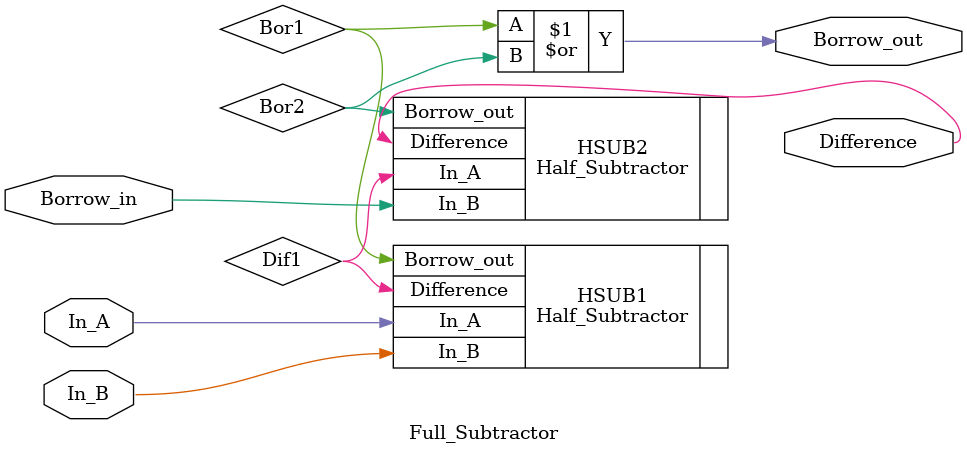
<source format=v>
`timescale 1ns / 1ps

module Full_Subtractor(
    In_A, In_B, Borrow_in, Difference, Borrow_out
    );
    input In_A, In_B, Borrow_in;
    output Difference, Borrow_out;
    wire Dif1, Bor1, Bor2;
    
    // implement full subtractor circuit, your code starts from here.
    // use half subtractor in this module, fulfill I/O ports connection.
    // hint: submodule module_name (
    //          .I/O_port(wire_name),
    //           ...
    //          .I/O_port(wire_name)
    //           );
    Half_Subtractor HSUB1 (
        .In_A(In_A), 
        .In_B(In_B), 
        .Difference(Dif1), 
        .Borrow_out(Bor1)
    );
    Half_Subtractor HSUB2 (
        .In_A(Dif1), 
        .In_B(Borrow_in), 
        .Difference(Difference), 
        .Borrow_out(Bor2)
    );
    or(Borrow_out, Bor1, Bor2);
    
endmodule

</source>
